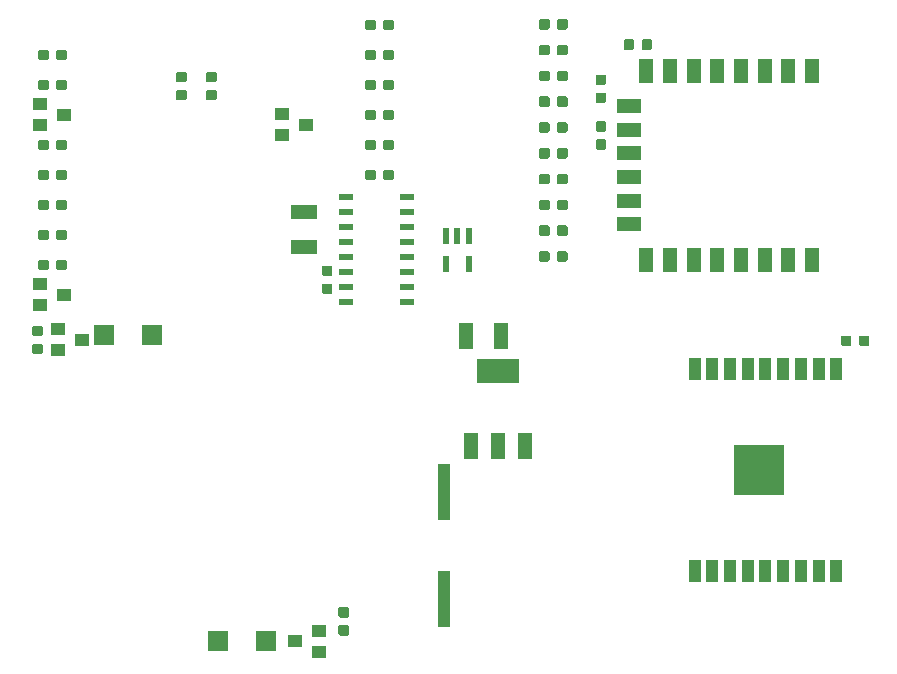
<source format=gtp>
%TF.GenerationSoftware,KiCad,Pcbnew,(5.1.6-0-10_14)*%
%TF.CreationDate,2021-04-16T11:15:05+09:00*%
%TF.ProjectId,NinjaPCB_ver2.2,4e696e6a-6150-4434-925f-766572322e32,rev?*%
%TF.SameCoordinates,Original*%
%TF.FileFunction,Paste,Top*%
%TF.FilePolarity,Positive*%
%FSLAX46Y46*%
G04 Gerber Fmt 4.6, Leading zero omitted, Abs format (unit mm)*
G04 Created by KiCad (PCBNEW (5.1.6-0-10_14)) date 2021-04-16 11:15:05*
%MOMM*%
%LPD*%
G01*
G04 APERTURE LIST*
%ADD10R,3.556000X2.159000*%
%ADD11R,1.270000X2.286000*%
%ADD12R,1.143000X2.286000*%
%ADD13R,1.000000X4.700000*%
%ADD14R,1.200000X0.600000*%
%ADD15R,1.800000X1.770000*%
%ADD16R,2.000000X1.200000*%
%ADD17R,1.200000X2.000000*%
%ADD18R,2.286000X1.143000*%
%ADD19R,4.300000X4.300000*%
%ADD20R,1.100000X1.850000*%
%ADD21R,1.143000X1.016000*%
%ADD22R,0.558800X1.320800*%
G04 APERTURE END LIST*
D10*
%TO.C,REG1*%
X152360100Y-102713800D03*
D11*
X154646100Y-109063800D03*
X152360100Y-109063800D03*
X150074100Y-109063800D03*
%TD*%
D12*
%TO.C,C4*%
X149655000Y-99762200D03*
X152576000Y-99762200D03*
%TD*%
D13*
%TO.C,C3*%
X147726900Y-122049200D03*
X147726900Y-112949200D03*
%TD*%
D14*
%TO.C,IC2*%
X144665300Y-88019200D03*
X144665300Y-89289200D03*
X144665300Y-90559200D03*
X144665300Y-91829200D03*
X144665300Y-93099200D03*
X144665300Y-94369200D03*
X144665300Y-95639200D03*
X144665300Y-96909200D03*
X139465300Y-96909200D03*
X139465300Y-95639200D03*
X139465300Y-94369200D03*
X139465300Y-93099200D03*
X139465300Y-91829200D03*
X139465300Y-90559200D03*
X139465300Y-89289200D03*
X139465300Y-88019200D03*
%TD*%
%TO.C,RD1*%
G36*
G01*
X142592600Y-86464975D02*
X142592600Y-85798225D01*
G75*
G02*
X142703725Y-85687100I111125J0D01*
G01*
X143370475Y-85687100D01*
G75*
G02*
X143481600Y-85798225I0J-111125D01*
G01*
X143481600Y-86464975D01*
G75*
G02*
X143370475Y-86576100I-111125J0D01*
G01*
X142703725Y-86576100D01*
G75*
G02*
X142592600Y-86464975I0J111125D01*
G01*
G37*
G36*
G01*
X141068600Y-86464975D02*
X141068600Y-85798225D01*
G75*
G02*
X141179725Y-85687100I111125J0D01*
G01*
X141846475Y-85687100D01*
G75*
G02*
X141957600Y-85798225I0J-111125D01*
G01*
X141957600Y-86464975D01*
G75*
G02*
X141846475Y-86576100I-111125J0D01*
G01*
X141179725Y-86576100D01*
G75*
G02*
X141068600Y-86464975I0J111125D01*
G01*
G37*
%TD*%
%TO.C,RD2*%
G36*
G01*
X141957600Y-83258225D02*
X141957600Y-83924975D01*
G75*
G02*
X141846475Y-84036100I-111125J0D01*
G01*
X141179725Y-84036100D01*
G75*
G02*
X141068600Y-83924975I0J111125D01*
G01*
X141068600Y-83258225D01*
G75*
G02*
X141179725Y-83147100I111125J0D01*
G01*
X141846475Y-83147100D01*
G75*
G02*
X141957600Y-83258225I0J-111125D01*
G01*
G37*
G36*
G01*
X143481600Y-83258225D02*
X143481600Y-83924975D01*
G75*
G02*
X143370475Y-84036100I-111125J0D01*
G01*
X142703725Y-84036100D01*
G75*
G02*
X142592600Y-83924975I0J111125D01*
G01*
X142592600Y-83258225D01*
G75*
G02*
X142703725Y-83147100I111125J0D01*
G01*
X143370475Y-83147100D01*
G75*
G02*
X143481600Y-83258225I0J-111125D01*
G01*
G37*
%TD*%
%TO.C,C1*%
G36*
G01*
X138190675Y-94694900D02*
X137523925Y-94694900D01*
G75*
G02*
X137412800Y-94583775I0J111125D01*
G01*
X137412800Y-93917025D01*
G75*
G02*
X137523925Y-93805900I111125J0D01*
G01*
X138190675Y-93805900D01*
G75*
G02*
X138301800Y-93917025I0J-111125D01*
G01*
X138301800Y-94583775D01*
G75*
G02*
X138190675Y-94694900I-111125J0D01*
G01*
G37*
G36*
G01*
X138190675Y-96218900D02*
X137523925Y-96218900D01*
G75*
G02*
X137412800Y-96107775I0J111125D01*
G01*
X137412800Y-95441025D01*
G75*
G02*
X137523925Y-95329900I111125J0D01*
G01*
X138190675Y-95329900D01*
G75*
G02*
X138301800Y-95441025I0J-111125D01*
G01*
X138301800Y-96107775D01*
G75*
G02*
X138190675Y-96218900I-111125J0D01*
G01*
G37*
%TD*%
%TO.C,RT1*%
G36*
G01*
X142592600Y-73764975D02*
X142592600Y-73098225D01*
G75*
G02*
X142703725Y-72987100I111125J0D01*
G01*
X143370475Y-72987100D01*
G75*
G02*
X143481600Y-73098225I0J-111125D01*
G01*
X143481600Y-73764975D01*
G75*
G02*
X143370475Y-73876100I-111125J0D01*
G01*
X142703725Y-73876100D01*
G75*
G02*
X142592600Y-73764975I0J111125D01*
G01*
G37*
G36*
G01*
X141068600Y-73764975D02*
X141068600Y-73098225D01*
G75*
G02*
X141179725Y-72987100I111125J0D01*
G01*
X141846475Y-72987100D01*
G75*
G02*
X141957600Y-73098225I0J-111125D01*
G01*
X141957600Y-73764975D01*
G75*
G02*
X141846475Y-73876100I-111125J0D01*
G01*
X141179725Y-73876100D01*
G75*
G02*
X141068600Y-73764975I0J111125D01*
G01*
G37*
%TD*%
%TO.C,RL2*%
G36*
G01*
X142592600Y-78844975D02*
X142592600Y-78178225D01*
G75*
G02*
X142703725Y-78067100I111125J0D01*
G01*
X143370475Y-78067100D01*
G75*
G02*
X143481600Y-78178225I0J-111125D01*
G01*
X143481600Y-78844975D01*
G75*
G02*
X143370475Y-78956100I-111125J0D01*
G01*
X142703725Y-78956100D01*
G75*
G02*
X142592600Y-78844975I0J111125D01*
G01*
G37*
G36*
G01*
X141068600Y-78844975D02*
X141068600Y-78178225D01*
G75*
G02*
X141179725Y-78067100I111125J0D01*
G01*
X141846475Y-78067100D01*
G75*
G02*
X141957600Y-78178225I0J-111125D01*
G01*
X141957600Y-78844975D01*
G75*
G02*
X141846475Y-78956100I-111125J0D01*
G01*
X141179725Y-78956100D01*
G75*
G02*
X141068600Y-78844975I0J111125D01*
G01*
G37*
%TD*%
%TO.C,RH1*%
G36*
G01*
X141957600Y-75638225D02*
X141957600Y-76304975D01*
G75*
G02*
X141846475Y-76416100I-111125J0D01*
G01*
X141179725Y-76416100D01*
G75*
G02*
X141068600Y-76304975I0J111125D01*
G01*
X141068600Y-75638225D01*
G75*
G02*
X141179725Y-75527100I111125J0D01*
G01*
X141846475Y-75527100D01*
G75*
G02*
X141957600Y-75638225I0J-111125D01*
G01*
G37*
G36*
G01*
X143481600Y-75638225D02*
X143481600Y-76304975D01*
G75*
G02*
X143370475Y-76416100I-111125J0D01*
G01*
X142703725Y-76416100D01*
G75*
G02*
X142592600Y-76304975I0J111125D01*
G01*
X142592600Y-75638225D01*
G75*
G02*
X142703725Y-75527100I111125J0D01*
G01*
X143370475Y-75527100D01*
G75*
G02*
X143481600Y-75638225I0J-111125D01*
G01*
G37*
%TD*%
%TO.C,R1*%
G36*
G01*
X157324600Y-80267375D02*
X157324600Y-79600625D01*
G75*
G02*
X157435725Y-79489500I111125J0D01*
G01*
X158102475Y-79489500D01*
G75*
G02*
X158213600Y-79600625I0J-111125D01*
G01*
X158213600Y-80267375D01*
G75*
G02*
X158102475Y-80378500I-111125J0D01*
G01*
X157435725Y-80378500D01*
G75*
G02*
X157324600Y-80267375I0J111125D01*
G01*
G37*
G36*
G01*
X155800600Y-80267375D02*
X155800600Y-79600625D01*
G75*
G02*
X155911725Y-79489500I111125J0D01*
G01*
X156578475Y-79489500D01*
G75*
G02*
X156689600Y-79600625I0J-111125D01*
G01*
X156689600Y-80267375D01*
G75*
G02*
X156578475Y-80378500I-111125J0D01*
G01*
X155911725Y-80378500D01*
G75*
G02*
X155800600Y-80267375I0J111125D01*
G01*
G37*
%TD*%
%TO.C,R19*%
G36*
G01*
X114906600Y-76304975D02*
X114906600Y-75638225D01*
G75*
G02*
X115017725Y-75527100I111125J0D01*
G01*
X115684475Y-75527100D01*
G75*
G02*
X115795600Y-75638225I0J-111125D01*
G01*
X115795600Y-76304975D01*
G75*
G02*
X115684475Y-76416100I-111125J0D01*
G01*
X115017725Y-76416100D01*
G75*
G02*
X114906600Y-76304975I0J111125D01*
G01*
G37*
G36*
G01*
X113382600Y-76304975D02*
X113382600Y-75638225D01*
G75*
G02*
X113493725Y-75527100I111125J0D01*
G01*
X114160475Y-75527100D01*
G75*
G02*
X114271600Y-75638225I0J-111125D01*
G01*
X114271600Y-76304975D01*
G75*
G02*
X114160475Y-76416100I-111125J0D01*
G01*
X113493725Y-76416100D01*
G75*
G02*
X113382600Y-76304975I0J111125D01*
G01*
G37*
%TD*%
%TO.C,R17*%
G36*
G01*
X127717725Y-78930700D02*
X128384475Y-78930700D01*
G75*
G02*
X128495600Y-79041825I0J-111125D01*
G01*
X128495600Y-79708575D01*
G75*
G02*
X128384475Y-79819700I-111125J0D01*
G01*
X127717725Y-79819700D01*
G75*
G02*
X127606600Y-79708575I0J111125D01*
G01*
X127606600Y-79041825D01*
G75*
G02*
X127717725Y-78930700I111125J0D01*
G01*
G37*
G36*
G01*
X127717725Y-77406700D02*
X128384475Y-77406700D01*
G75*
G02*
X128495600Y-77517825I0J-111125D01*
G01*
X128495600Y-78184575D01*
G75*
G02*
X128384475Y-78295700I-111125J0D01*
G01*
X127717725Y-78295700D01*
G75*
G02*
X127606600Y-78184575I0J111125D01*
G01*
X127606600Y-77517825D01*
G75*
G02*
X127717725Y-77406700I111125J0D01*
G01*
G37*
%TD*%
%TO.C,R8*%
G36*
G01*
X157324600Y-86820575D02*
X157324600Y-86153825D01*
G75*
G02*
X157435725Y-86042700I111125J0D01*
G01*
X158102475Y-86042700D01*
G75*
G02*
X158213600Y-86153825I0J-111125D01*
G01*
X158213600Y-86820575D01*
G75*
G02*
X158102475Y-86931700I-111125J0D01*
G01*
X157435725Y-86931700D01*
G75*
G02*
X157324600Y-86820575I0J111125D01*
G01*
G37*
G36*
G01*
X155800600Y-86820575D02*
X155800600Y-86153825D01*
G75*
G02*
X155911725Y-86042700I111125J0D01*
G01*
X156578475Y-86042700D01*
G75*
G02*
X156689600Y-86153825I0J-111125D01*
G01*
X156689600Y-86820575D01*
G75*
G02*
X156578475Y-86931700I-111125J0D01*
G01*
X155911725Y-86931700D01*
G75*
G02*
X155800600Y-86820575I0J111125D01*
G01*
G37*
%TD*%
%TO.C,R2*%
G36*
G01*
X157324600Y-73714175D02*
X157324600Y-73047425D01*
G75*
G02*
X157435725Y-72936300I111125J0D01*
G01*
X158102475Y-72936300D01*
G75*
G02*
X158213600Y-73047425I0J-111125D01*
G01*
X158213600Y-73714175D01*
G75*
G02*
X158102475Y-73825300I-111125J0D01*
G01*
X157435725Y-73825300D01*
G75*
G02*
X157324600Y-73714175I0J111125D01*
G01*
G37*
G36*
G01*
X155800600Y-73714175D02*
X155800600Y-73047425D01*
G75*
G02*
X155911725Y-72936300I111125J0D01*
G01*
X156578475Y-72936300D01*
G75*
G02*
X156689600Y-73047425I0J-111125D01*
G01*
X156689600Y-73714175D01*
G75*
G02*
X156578475Y-73825300I-111125J0D01*
G01*
X155911725Y-73825300D01*
G75*
G02*
X155800600Y-73714175I0J111125D01*
G01*
G37*
%TD*%
%TO.C,R7*%
G36*
G01*
X157324600Y-93373775D02*
X157324600Y-92707025D01*
G75*
G02*
X157435725Y-92595900I111125J0D01*
G01*
X158102475Y-92595900D01*
G75*
G02*
X158213600Y-92707025I0J-111125D01*
G01*
X158213600Y-93373775D01*
G75*
G02*
X158102475Y-93484900I-111125J0D01*
G01*
X157435725Y-93484900D01*
G75*
G02*
X157324600Y-93373775I0J111125D01*
G01*
G37*
G36*
G01*
X155800600Y-93373775D02*
X155800600Y-92707025D01*
G75*
G02*
X155911725Y-92595900I111125J0D01*
G01*
X156578475Y-92595900D01*
G75*
G02*
X156689600Y-92707025I0J-111125D01*
G01*
X156689600Y-93373775D01*
G75*
G02*
X156578475Y-93484900I-111125J0D01*
G01*
X155911725Y-93484900D01*
G75*
G02*
X155800600Y-93373775I0J111125D01*
G01*
G37*
%TD*%
%TO.C,R18*%
G36*
G01*
X125844475Y-78295700D02*
X125177725Y-78295700D01*
G75*
G02*
X125066600Y-78184575I0J111125D01*
G01*
X125066600Y-77517825D01*
G75*
G02*
X125177725Y-77406700I111125J0D01*
G01*
X125844475Y-77406700D01*
G75*
G02*
X125955600Y-77517825I0J-111125D01*
G01*
X125955600Y-78184575D01*
G75*
G02*
X125844475Y-78295700I-111125J0D01*
G01*
G37*
G36*
G01*
X125844475Y-79819700D02*
X125177725Y-79819700D01*
G75*
G02*
X125066600Y-79708575I0J111125D01*
G01*
X125066600Y-79041825D01*
G75*
G02*
X125177725Y-78930700I111125J0D01*
G01*
X125844475Y-78930700D01*
G75*
G02*
X125955600Y-79041825I0J-111125D01*
G01*
X125955600Y-79708575D01*
G75*
G02*
X125844475Y-79819700I-111125J0D01*
G01*
G37*
%TD*%
%TO.C,R20*%
G36*
G01*
X114906600Y-78844975D02*
X114906600Y-78178225D01*
G75*
G02*
X115017725Y-78067100I111125J0D01*
G01*
X115684475Y-78067100D01*
G75*
G02*
X115795600Y-78178225I0J-111125D01*
G01*
X115795600Y-78844975D01*
G75*
G02*
X115684475Y-78956100I-111125J0D01*
G01*
X115017725Y-78956100D01*
G75*
G02*
X114906600Y-78844975I0J111125D01*
G01*
G37*
G36*
G01*
X113382600Y-78844975D02*
X113382600Y-78178225D01*
G75*
G02*
X113493725Y-78067100I111125J0D01*
G01*
X114160475Y-78067100D01*
G75*
G02*
X114271600Y-78178225I0J-111125D01*
G01*
X114271600Y-78844975D01*
G75*
G02*
X114160475Y-78956100I-111125J0D01*
G01*
X113493725Y-78956100D01*
G75*
G02*
X113382600Y-78844975I0J111125D01*
G01*
G37*
%TD*%
%TO.C,R13*%
G36*
G01*
X114906600Y-91544975D02*
X114906600Y-90878225D01*
G75*
G02*
X115017725Y-90767100I111125J0D01*
G01*
X115684475Y-90767100D01*
G75*
G02*
X115795600Y-90878225I0J-111125D01*
G01*
X115795600Y-91544975D01*
G75*
G02*
X115684475Y-91656100I-111125J0D01*
G01*
X115017725Y-91656100D01*
G75*
G02*
X114906600Y-91544975I0J111125D01*
G01*
G37*
G36*
G01*
X113382600Y-91544975D02*
X113382600Y-90878225D01*
G75*
G02*
X113493725Y-90767100I111125J0D01*
G01*
X114160475Y-90767100D01*
G75*
G02*
X114271600Y-90878225I0J-111125D01*
G01*
X114271600Y-91544975D01*
G75*
G02*
X114160475Y-91656100I-111125J0D01*
G01*
X113493725Y-91656100D01*
G75*
G02*
X113382600Y-91544975I0J111125D01*
G01*
G37*
%TD*%
%TO.C,R15*%
G36*
G01*
X114906600Y-86464975D02*
X114906600Y-85798225D01*
G75*
G02*
X115017725Y-85687100I111125J0D01*
G01*
X115684475Y-85687100D01*
G75*
G02*
X115795600Y-85798225I0J-111125D01*
G01*
X115795600Y-86464975D01*
G75*
G02*
X115684475Y-86576100I-111125J0D01*
G01*
X115017725Y-86576100D01*
G75*
G02*
X114906600Y-86464975I0J111125D01*
G01*
G37*
G36*
G01*
X113382600Y-86464975D02*
X113382600Y-85798225D01*
G75*
G02*
X113493725Y-85687100I111125J0D01*
G01*
X114160475Y-85687100D01*
G75*
G02*
X114271600Y-85798225I0J-111125D01*
G01*
X114271600Y-86464975D01*
G75*
G02*
X114160475Y-86576100I-111125J0D01*
G01*
X113493725Y-86576100D01*
G75*
G02*
X113382600Y-86464975I0J111125D01*
G01*
G37*
%TD*%
%TO.C,R16*%
G36*
G01*
X114906600Y-89004975D02*
X114906600Y-88338225D01*
G75*
G02*
X115017725Y-88227100I111125J0D01*
G01*
X115684475Y-88227100D01*
G75*
G02*
X115795600Y-88338225I0J-111125D01*
G01*
X115795600Y-89004975D01*
G75*
G02*
X115684475Y-89116100I-111125J0D01*
G01*
X115017725Y-89116100D01*
G75*
G02*
X114906600Y-89004975I0J111125D01*
G01*
G37*
G36*
G01*
X113382600Y-89004975D02*
X113382600Y-88338225D01*
G75*
G02*
X113493725Y-88227100I111125J0D01*
G01*
X114160475Y-88227100D01*
G75*
G02*
X114271600Y-88338225I0J-111125D01*
G01*
X114271600Y-89004975D01*
G75*
G02*
X114160475Y-89116100I-111125J0D01*
G01*
X113493725Y-89116100D01*
G75*
G02*
X113382600Y-89004975I0J111125D01*
G01*
G37*
%TD*%
D15*
%TO.C,D1*%
X123066700Y-99712800D03*
X118982700Y-99712800D03*
%TD*%
%TO.C,D2*%
X128599900Y-125628600D03*
X132683900Y-125628600D03*
%TD*%
%TO.C,R11*%
G36*
G01*
X112985725Y-100419100D02*
X113652475Y-100419100D01*
G75*
G02*
X113763600Y-100530225I0J-111125D01*
G01*
X113763600Y-101196975D01*
G75*
G02*
X113652475Y-101308100I-111125J0D01*
G01*
X112985725Y-101308100D01*
G75*
G02*
X112874600Y-101196975I0J111125D01*
G01*
X112874600Y-100530225D01*
G75*
G02*
X112985725Y-100419100I111125J0D01*
G01*
G37*
G36*
G01*
X112985725Y-98895100D02*
X113652475Y-98895100D01*
G75*
G02*
X113763600Y-99006225I0J-111125D01*
G01*
X113763600Y-99672975D01*
G75*
G02*
X113652475Y-99784100I-111125J0D01*
G01*
X112985725Y-99784100D01*
G75*
G02*
X112874600Y-99672975I0J111125D01*
G01*
X112874600Y-99006225D01*
G75*
G02*
X112985725Y-98895100I111125J0D01*
G01*
G37*
%TD*%
%TO.C,R12*%
G36*
G01*
X139585875Y-123609300D02*
X138919125Y-123609300D01*
G75*
G02*
X138808000Y-123498175I0J111125D01*
G01*
X138808000Y-122831425D01*
G75*
G02*
X138919125Y-122720300I111125J0D01*
G01*
X139585875Y-122720300D01*
G75*
G02*
X139697000Y-122831425I0J-111125D01*
G01*
X139697000Y-123498175D01*
G75*
G02*
X139585875Y-123609300I-111125J0D01*
G01*
G37*
G36*
G01*
X139585875Y-125133300D02*
X138919125Y-125133300D01*
G75*
G02*
X138808000Y-125022175I0J111125D01*
G01*
X138808000Y-124355425D01*
G75*
G02*
X138919125Y-124244300I111125J0D01*
G01*
X139585875Y-124244300D01*
G75*
G02*
X139697000Y-124355425I0J-111125D01*
G01*
X139697000Y-125022175D01*
G75*
G02*
X139585875Y-125133300I-111125J0D01*
G01*
G37*
%TD*%
D16*
%TO.C,ESP1*%
X163421100Y-80305600D03*
X163421100Y-82305600D03*
X163421100Y-84305600D03*
X163421100Y-86305600D03*
X163421100Y-88305600D03*
X163421100Y-90305600D03*
D17*
X164901100Y-77305600D03*
X166901100Y-77305600D03*
X168901100Y-77305600D03*
X170901100Y-77305600D03*
X172901100Y-77305600D03*
X176901100Y-77305600D03*
X174901100Y-77305600D03*
X178901100Y-77305600D03*
X178901100Y-93305600D03*
X176901100Y-93305600D03*
X174901100Y-93305600D03*
X172901100Y-93305600D03*
X170901100Y-93305600D03*
X168901100Y-93305600D03*
X166901100Y-93305600D03*
X164901100Y-93305600D03*
%TD*%
%TO.C,R4*%
G36*
G01*
X157324600Y-78082975D02*
X157324600Y-77416225D01*
G75*
G02*
X157435725Y-77305100I111125J0D01*
G01*
X158102475Y-77305100D01*
G75*
G02*
X158213600Y-77416225I0J-111125D01*
G01*
X158213600Y-78082975D01*
G75*
G02*
X158102475Y-78194100I-111125J0D01*
G01*
X157435725Y-78194100D01*
G75*
G02*
X157324600Y-78082975I0J111125D01*
G01*
G37*
G36*
G01*
X155800600Y-78082975D02*
X155800600Y-77416225D01*
G75*
G02*
X155911725Y-77305100I111125J0D01*
G01*
X156578475Y-77305100D01*
G75*
G02*
X156689600Y-77416225I0J-111125D01*
G01*
X156689600Y-78082975D01*
G75*
G02*
X156578475Y-78194100I-111125J0D01*
G01*
X155911725Y-78194100D01*
G75*
G02*
X155800600Y-78082975I0J111125D01*
G01*
G37*
%TD*%
%TO.C,R5*%
G36*
G01*
X156689600Y-88338225D02*
X156689600Y-89004975D01*
G75*
G02*
X156578475Y-89116100I-111125J0D01*
G01*
X155911725Y-89116100D01*
G75*
G02*
X155800600Y-89004975I0J111125D01*
G01*
X155800600Y-88338225D01*
G75*
G02*
X155911725Y-88227100I111125J0D01*
G01*
X156578475Y-88227100D01*
G75*
G02*
X156689600Y-88338225I0J-111125D01*
G01*
G37*
G36*
G01*
X158213600Y-88338225D02*
X158213600Y-89004975D01*
G75*
G02*
X158102475Y-89116100I-111125J0D01*
G01*
X157435725Y-89116100D01*
G75*
G02*
X157324600Y-89004975I0J111125D01*
G01*
X157324600Y-88338225D01*
G75*
G02*
X157435725Y-88227100I111125J0D01*
G01*
X158102475Y-88227100D01*
G75*
G02*
X158213600Y-88338225I0J-111125D01*
G01*
G37*
%TD*%
%TO.C,R6*%
G36*
G01*
X157324600Y-91189375D02*
X157324600Y-90522625D01*
G75*
G02*
X157435725Y-90411500I111125J0D01*
G01*
X158102475Y-90411500D01*
G75*
G02*
X158213600Y-90522625I0J-111125D01*
G01*
X158213600Y-91189375D01*
G75*
G02*
X158102475Y-91300500I-111125J0D01*
G01*
X157435725Y-91300500D01*
G75*
G02*
X157324600Y-91189375I0J111125D01*
G01*
G37*
G36*
G01*
X155800600Y-91189375D02*
X155800600Y-90522625D01*
G75*
G02*
X155911725Y-90411500I111125J0D01*
G01*
X156578475Y-90411500D01*
G75*
G02*
X156689600Y-90522625I0J-111125D01*
G01*
X156689600Y-91189375D01*
G75*
G02*
X156578475Y-91300500I-111125J0D01*
G01*
X155911725Y-91300500D01*
G75*
G02*
X155800600Y-91189375I0J111125D01*
G01*
G37*
%TD*%
%TO.C,R3*%
G36*
G01*
X157324600Y-75898575D02*
X157324600Y-75231825D01*
G75*
G02*
X157435725Y-75120700I111125J0D01*
G01*
X158102475Y-75120700D01*
G75*
G02*
X158213600Y-75231825I0J-111125D01*
G01*
X158213600Y-75898575D01*
G75*
G02*
X158102475Y-76009700I-111125J0D01*
G01*
X157435725Y-76009700D01*
G75*
G02*
X157324600Y-75898575I0J111125D01*
G01*
G37*
G36*
G01*
X155800600Y-75898575D02*
X155800600Y-75231825D01*
G75*
G02*
X155911725Y-75120700I111125J0D01*
G01*
X156578475Y-75120700D01*
G75*
G02*
X156689600Y-75231825I0J-111125D01*
G01*
X156689600Y-75898575D01*
G75*
G02*
X156578475Y-76009700I-111125J0D01*
G01*
X155911725Y-76009700D01*
G75*
G02*
X155800600Y-75898575I0J111125D01*
G01*
G37*
%TD*%
%TO.C,CP1*%
G36*
G01*
X163848600Y-74774825D02*
X163848600Y-75441575D01*
G75*
G02*
X163737475Y-75552700I-111125J0D01*
G01*
X163070725Y-75552700D01*
G75*
G02*
X162959600Y-75441575I0J111125D01*
G01*
X162959600Y-74774825D01*
G75*
G02*
X163070725Y-74663700I111125J0D01*
G01*
X163737475Y-74663700D01*
G75*
G02*
X163848600Y-74774825I0J-111125D01*
G01*
G37*
G36*
G01*
X165372600Y-74774825D02*
X165372600Y-75441575D01*
G75*
G02*
X165261475Y-75552700I-111125J0D01*
G01*
X164594725Y-75552700D01*
G75*
G02*
X164483600Y-75441575I0J111125D01*
G01*
X164483600Y-74774825D01*
G75*
G02*
X164594725Y-74663700I111125J0D01*
G01*
X165261475Y-74663700D01*
G75*
G02*
X165372600Y-74774825I0J-111125D01*
G01*
G37*
%TD*%
%TO.C,RL1*%
G36*
G01*
X142592600Y-81384975D02*
X142592600Y-80718225D01*
G75*
G02*
X142703725Y-80607100I111125J0D01*
G01*
X143370475Y-80607100D01*
G75*
G02*
X143481600Y-80718225I0J-111125D01*
G01*
X143481600Y-81384975D01*
G75*
G02*
X143370475Y-81496100I-111125J0D01*
G01*
X142703725Y-81496100D01*
G75*
G02*
X142592600Y-81384975I0J111125D01*
G01*
G37*
G36*
G01*
X141068600Y-81384975D02*
X141068600Y-80718225D01*
G75*
G02*
X141179725Y-80607100I111125J0D01*
G01*
X141846475Y-80607100D01*
G75*
G02*
X141957600Y-80718225I0J-111125D01*
G01*
X141957600Y-81384975D01*
G75*
G02*
X141846475Y-81496100I-111125J0D01*
G01*
X141179725Y-81496100D01*
G75*
G02*
X141068600Y-81384975I0J111125D01*
G01*
G37*
%TD*%
D18*
%TO.C,C2*%
X135874300Y-92212100D03*
X135874300Y-89291100D03*
%TD*%
D19*
%TO.C,ESP2*%
X174407100Y-111103600D03*
D20*
X180977100Y-119678600D03*
X179477100Y-119678600D03*
X177977100Y-119678600D03*
X176477100Y-119678600D03*
X174977100Y-119678600D03*
X173477100Y-119678600D03*
X171977100Y-119678600D03*
X170477100Y-119678600D03*
X168977100Y-119678600D03*
X168977100Y-102528600D03*
X170477100Y-102528600D03*
X171977100Y-102528600D03*
X173477100Y-102528600D03*
X174977100Y-102528600D03*
X176477100Y-102528600D03*
X177977100Y-102528600D03*
X179477100Y-102528600D03*
X180977100Y-102528600D03*
%TD*%
%TO.C,CP2*%
G36*
G01*
X182893000Y-100513975D02*
X182893000Y-99847225D01*
G75*
G02*
X183004125Y-99736100I111125J0D01*
G01*
X183670875Y-99736100D01*
G75*
G02*
X183782000Y-99847225I0J-111125D01*
G01*
X183782000Y-100513975D01*
G75*
G02*
X183670875Y-100625100I-111125J0D01*
G01*
X183004125Y-100625100D01*
G75*
G02*
X182893000Y-100513975I0J111125D01*
G01*
G37*
G36*
G01*
X181369000Y-100513975D02*
X181369000Y-99847225D01*
G75*
G02*
X181480125Y-99736100I111125J0D01*
G01*
X182146875Y-99736100D01*
G75*
G02*
X182258000Y-99847225I0J-111125D01*
G01*
X182258000Y-100513975D01*
G75*
G02*
X182146875Y-100625100I-111125J0D01*
G01*
X181480125Y-100625100D01*
G75*
G02*
X181369000Y-100513975I0J111125D01*
G01*
G37*
%TD*%
%TO.C,R10*%
G36*
G01*
X156689600Y-83969425D02*
X156689600Y-84636175D01*
G75*
G02*
X156578475Y-84747300I-111125J0D01*
G01*
X155911725Y-84747300D01*
G75*
G02*
X155800600Y-84636175I0J111125D01*
G01*
X155800600Y-83969425D01*
G75*
G02*
X155911725Y-83858300I111125J0D01*
G01*
X156578475Y-83858300D01*
G75*
G02*
X156689600Y-83969425I0J-111125D01*
G01*
G37*
G36*
G01*
X158213600Y-83969425D02*
X158213600Y-84636175D01*
G75*
G02*
X158102475Y-84747300I-111125J0D01*
G01*
X157435725Y-84747300D01*
G75*
G02*
X157324600Y-84636175I0J111125D01*
G01*
X157324600Y-83969425D01*
G75*
G02*
X157435725Y-83858300I111125J0D01*
G01*
X158102475Y-83858300D01*
G75*
G02*
X158213600Y-83969425I0J-111125D01*
G01*
G37*
%TD*%
D21*
%TO.C,Q4*%
X115097100Y-99212600D03*
X115097100Y-100990600D03*
X117129100Y-100101600D03*
%TD*%
%TO.C,Q5*%
X137195100Y-126517600D03*
X137195100Y-124739600D03*
X135163100Y-125628600D03*
%TD*%
%TO.C,Q6*%
X113573100Y-95402600D03*
X113573100Y-97180600D03*
X115605100Y-96291600D03*
%TD*%
%TO.C,Q2*%
X134028500Y-80979600D03*
X134028500Y-82757600D03*
X136060500Y-81868600D03*
%TD*%
%TO.C,Q3*%
X113573100Y-80162600D03*
X113573100Y-81940600D03*
X115605100Y-81051600D03*
%TD*%
%TO.C,R14*%
G36*
G01*
X114906600Y-94084975D02*
X114906600Y-93418225D01*
G75*
G02*
X115017725Y-93307100I111125J0D01*
G01*
X115684475Y-93307100D01*
G75*
G02*
X115795600Y-93418225I0J-111125D01*
G01*
X115795600Y-94084975D01*
G75*
G02*
X115684475Y-94196100I-111125J0D01*
G01*
X115017725Y-94196100D01*
G75*
G02*
X114906600Y-94084975I0J111125D01*
G01*
G37*
G36*
G01*
X113382600Y-94084975D02*
X113382600Y-93418225D01*
G75*
G02*
X113493725Y-93307100I111125J0D01*
G01*
X114160475Y-93307100D01*
G75*
G02*
X114271600Y-93418225I0J-111125D01*
G01*
X114271600Y-94084975D01*
G75*
G02*
X114160475Y-94196100I-111125J0D01*
G01*
X113493725Y-94196100D01*
G75*
G02*
X113382600Y-94084975I0J111125D01*
G01*
G37*
%TD*%
%TO.C,R21*%
G36*
G01*
X114906600Y-83924975D02*
X114906600Y-83258225D01*
G75*
G02*
X115017725Y-83147100I111125J0D01*
G01*
X115684475Y-83147100D01*
G75*
G02*
X115795600Y-83258225I0J-111125D01*
G01*
X115795600Y-83924975D01*
G75*
G02*
X115684475Y-84036100I-111125J0D01*
G01*
X115017725Y-84036100D01*
G75*
G02*
X114906600Y-83924975I0J111125D01*
G01*
G37*
G36*
G01*
X113382600Y-83924975D02*
X113382600Y-83258225D01*
G75*
G02*
X113493725Y-83147100I111125J0D01*
G01*
X114160475Y-83147100D01*
G75*
G02*
X114271600Y-83258225I0J-111125D01*
G01*
X114271600Y-83924975D01*
G75*
G02*
X114160475Y-84036100I-111125J0D01*
G01*
X113493725Y-84036100D01*
G75*
G02*
X113382600Y-83924975I0J111125D01*
G01*
G37*
%TD*%
%TO.C,R9*%
G36*
G01*
X156689600Y-81785025D02*
X156689600Y-82451775D01*
G75*
G02*
X156578475Y-82562900I-111125J0D01*
G01*
X155911725Y-82562900D01*
G75*
G02*
X155800600Y-82451775I0J111125D01*
G01*
X155800600Y-81785025D01*
G75*
G02*
X155911725Y-81673900I111125J0D01*
G01*
X156578475Y-81673900D01*
G75*
G02*
X156689600Y-81785025I0J-111125D01*
G01*
G37*
G36*
G01*
X158213600Y-81785025D02*
X158213600Y-82451775D01*
G75*
G02*
X158102475Y-82562900I-111125J0D01*
G01*
X157435725Y-82562900D01*
G75*
G02*
X157324600Y-82451775I0J111125D01*
G01*
X157324600Y-81785025D01*
G75*
G02*
X157435725Y-81673900I111125J0D01*
G01*
X158102475Y-81673900D01*
G75*
G02*
X158213600Y-81785025I0J-111125D01*
G01*
G37*
%TD*%
%TO.C,R22*%
G36*
G01*
X161379075Y-78524300D02*
X160712325Y-78524300D01*
G75*
G02*
X160601200Y-78413175I0J111125D01*
G01*
X160601200Y-77746425D01*
G75*
G02*
X160712325Y-77635300I111125J0D01*
G01*
X161379075Y-77635300D01*
G75*
G02*
X161490200Y-77746425I0J-111125D01*
G01*
X161490200Y-78413175D01*
G75*
G02*
X161379075Y-78524300I-111125J0D01*
G01*
G37*
G36*
G01*
X161379075Y-80048300D02*
X160712325Y-80048300D01*
G75*
G02*
X160601200Y-79937175I0J111125D01*
G01*
X160601200Y-79270425D01*
G75*
G02*
X160712325Y-79159300I111125J0D01*
G01*
X161379075Y-79159300D01*
G75*
G02*
X161490200Y-79270425I0J-111125D01*
G01*
X161490200Y-79937175D01*
G75*
G02*
X161379075Y-80048300I-111125J0D01*
G01*
G37*
%TD*%
%TO.C,C5*%
G36*
G01*
X161379075Y-82461300D02*
X160712325Y-82461300D01*
G75*
G02*
X160601200Y-82350175I0J111125D01*
G01*
X160601200Y-81683425D01*
G75*
G02*
X160712325Y-81572300I111125J0D01*
G01*
X161379075Y-81572300D01*
G75*
G02*
X161490200Y-81683425I0J-111125D01*
G01*
X161490200Y-82350175D01*
G75*
G02*
X161379075Y-82461300I-111125J0D01*
G01*
G37*
G36*
G01*
X161379075Y-83985300D02*
X160712325Y-83985300D01*
G75*
G02*
X160601200Y-83874175I0J111125D01*
G01*
X160601200Y-83207425D01*
G75*
G02*
X160712325Y-83096300I111125J0D01*
G01*
X161379075Y-83096300D01*
G75*
G02*
X161490200Y-83207425I0J-111125D01*
G01*
X161490200Y-83874175D01*
G75*
G02*
X161379075Y-83985300I-111125J0D01*
G01*
G37*
%TD*%
D22*
%TO.C,IC1*%
X149835300Y-93658000D03*
X147935300Y-93658000D03*
X147935300Y-91270400D03*
X148885300Y-91270400D03*
X149835300Y-91270400D03*
%TD*%
M02*

</source>
